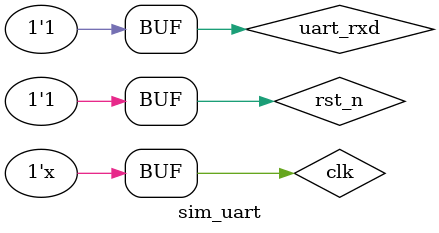
<source format=v>
`timescale 1ns / 1ps

module sim_uart;

reg clk = 0;
reg rst_n;
reg uart_rxd = 1;
//parameter define
parameter  CLK_FREQ = 100_000_000;         //¶¨ÒåÏµÍ³Ê±ÖÓÆµÂÊ
parameter  UART_BPS = 115200;           //¶¨Òå´®¿Ú²¨ÌØÂÊ

//wire define
wire        recv_done;
wire [7:0]  recv_data;
wire        done_flag;

// Generate the 50.0MHz CPU/AXI clk
always #5 clk = ~clk;

initial
begin
    rst_n <= 1'b0;
    #1000;
    rst_n <= 1'b1;
    #1000;
    
    uart_rxd = 0;
    #8680
    uart_rxd = 1;
    #8680
    uart_rxd = 1;
    #8680
    uart_rxd = 0;
    #8680
    uart_rxd = 0;
    #8680
    
    uart_rxd = 1;
    #8680
    uart_rxd = 0;
    #8680
    uart_rxd = 1;
    #8680
    uart_rxd = 0;
    #8680
    uart_rxd = 1;
end

//´®¿Ú½ÓÊÕÄ£¿é     
uart_recv #(                          
    .CLK_FREQ       (CLK_FREQ),         //ÉèÖÃÏµÍ³Ê±ÖÓÆµÂÊ
    .UART_BPS       (UART_BPS))         //ÉèÖÃ´®¿Ú½ÓÊÕ²¨ÌØÂÊ
u_uart_recv(                 
    .sys_clk        (clk), 
    .sys_rst_n      (rst_n),
    .uart_rxd       (uart_rxd),
    .done_flag      (done_flag),
    .uart_done      (recv_done),
    .uart_data      (recv_data)
);

endmodule

</source>
